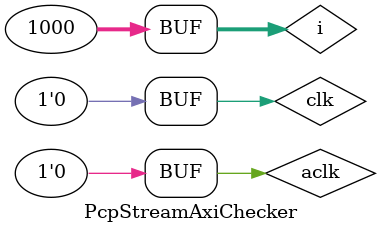
<source format=v>
`timescale 1ns / 1ps


module PcpStreamAxiChecker(

    );
    
    localparam kMaxLoop = 1000;
    
    wire aclk;
    wire aresetn;
    wire [0 : 0] s_axis_tvalid;
    wire [0 : 0] s_axis_tready;
    wire [511 : 0] s_axis_tdata;
    wire [0 : 0] s_axis_tlast;
    wire [0 : 0] m_axis_tvalid;
    wire [0 : 0] m_axis_tready;
    wire [511 : 0] m_axis_tdata;
    wire [0 : 0] m_axis_tlast;
    
    reg clk;
    
    integer i;
    
    axis_fifo_v1_0 uut (
        .s00_axis_aclk(aclk),
        .s00_axis_aresetn(aresetn),
        .s00_axis_tdata(m_axis_tdata),
        .s00_axis_tvalid(m_axis_tvalid),
        .s00_axis_tready(m_axis_tready),
        .s00_axis_tlast(m_axis_tlast),
        .m00_axis_aclk(aclk),
        .m00_axis_aresetn(aresetn),
        .m00_axis_tdata(s_axis_tdata),
        .m00_axis_tvalid(s_axis_tvalid),
        .m00_axis_tready(s_axis_tready),
        .m00_axis_tlast(s_axis_tlast)
    );

    AxiChecker monitor (
        .aclk(aclk),
        .aresetn(aresetn),
        .s_axis_tvalid(s_axis_tvalid),
        .s_axis_tready(s_axis_tready),
        .s_axis_tdata(s_axis_tdata),
        .s_axis_tlast(s_axis_tlast),
        
        .m_axis_tvalid(m_axis_tvalid),
        .m_axis_tready(m_axis_tready),
        .m_axis_tdata(m_axis_tdata),
        .m_axis_tlast(m_axis_tlast)
    );
    
    initial begin
        clk = 0;
        
        for (i = 0; i < kMaxLoop; i = i + 1) begin 
            #5
            clk = ~clk;
        end 
    end 
    
    assign aclk = clk;
    
endmodule

</source>
